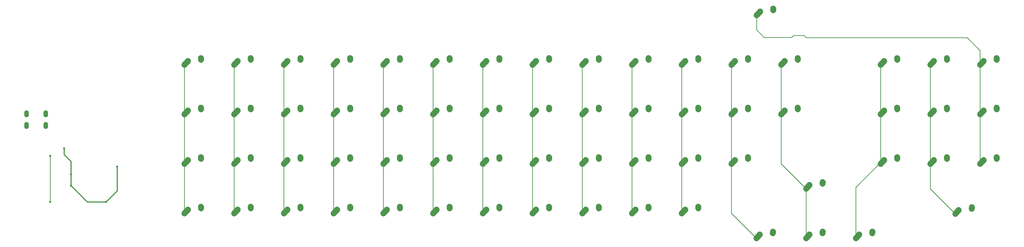
<source format=gtl>
G04 #@! TF.GenerationSoftware,KiCad,Pcbnew,(5.1.4-0)*
G04 #@! TF.CreationDate,2020-09-11T02:24:06-07:00*
G04 #@! TF.ProjectId,keybored,6b657962-6f72-4656-942e-6b696361645f,rev?*
G04 #@! TF.SameCoordinates,Original*
G04 #@! TF.FileFunction,Copper,L1,Top*
G04 #@! TF.FilePolarity,Positive*
%FSLAX46Y46*%
G04 Gerber Fmt 4.6, Leading zero omitted, Abs format (unit mm)*
G04 Created by KiCad (PCBNEW (5.1.4-0)) date 2020-09-11 02:24:06*
%MOMM*%
%LPD*%
G04 APERTURE LIST*
%ADD10C,2.250000*%
%ADD11C,2.250000*%
%ADD12O,1.700000X2.700000*%
%ADD13C,0.800000*%
%ADD14C,0.381000*%
%ADD15C,0.254000*%
G04 APERTURE END LIST*
D10*
X468035000Y-218758000D03*
X467380001Y-219488000D03*
D11*
X466725000Y-220218000D02*
X468035002Y-218758000D01*
D10*
X473075000Y-217678000D03*
X473055000Y-217968000D03*
D11*
X473035000Y-218258000D02*
X473075000Y-217678000D01*
D10*
X391941000Y-142431000D03*
X391286001Y-143161000D03*
D11*
X390631000Y-143891000D02*
X391941002Y-142431000D01*
D10*
X396981000Y-141351000D03*
X396961000Y-141641000D03*
D11*
X396941000Y-141931000D02*
X396981000Y-141351000D01*
D10*
X482580000Y-198791000D03*
D11*
X482560000Y-199081000D02*
X482600000Y-198501000D01*
D10*
X482600000Y-198501000D03*
X476905001Y-200311000D03*
D11*
X476250000Y-201041000D02*
X477560002Y-199581000D01*
D10*
X477560000Y-199581000D03*
X482580000Y-179741000D03*
D11*
X482560000Y-180031000D02*
X482600000Y-179451000D01*
D10*
X482600000Y-179451000D03*
X476905001Y-181261000D03*
D11*
X476250000Y-181991000D02*
X477560002Y-180531000D01*
D10*
X477560000Y-180531000D03*
X482580000Y-160691000D03*
D11*
X482560000Y-160981000D02*
X482600000Y-160401000D01*
D10*
X482600000Y-160401000D03*
X476905001Y-162211000D03*
D11*
X476250000Y-162941000D02*
X477560002Y-161481000D01*
D10*
X477560000Y-161481000D03*
X349230000Y-217841000D03*
D11*
X349210000Y-218131000D02*
X349250000Y-217551000D01*
D10*
X349250000Y-217551000D03*
X343555001Y-219361000D03*
D11*
X342900000Y-220091000D02*
X344210002Y-218631000D01*
D10*
X344210000Y-218631000D03*
X330180000Y-217841000D03*
D11*
X330160000Y-218131000D02*
X330200000Y-217551000D01*
D10*
X330200000Y-217551000D03*
X324505001Y-219361000D03*
D11*
X323850000Y-220091000D02*
X325160002Y-218631000D01*
D10*
X325160000Y-218631000D03*
X311130000Y-217841000D03*
D11*
X311110000Y-218131000D02*
X311150000Y-217551000D01*
D10*
X311150000Y-217551000D03*
X305455001Y-219361000D03*
D11*
X304800000Y-220091000D02*
X306110002Y-218631000D01*
D10*
X306110000Y-218631000D03*
X292080000Y-217841000D03*
D11*
X292060000Y-218131000D02*
X292100000Y-217551000D01*
D10*
X292100000Y-217551000D03*
X286405001Y-219361000D03*
D11*
X285750000Y-220091000D02*
X287060002Y-218631000D01*
D10*
X287060000Y-218631000D03*
X273030000Y-217841000D03*
D11*
X273010000Y-218131000D02*
X273050000Y-217551000D01*
D10*
X273050000Y-217551000D03*
X267355001Y-219361000D03*
D11*
X266700000Y-220091000D02*
X268010002Y-218631000D01*
D10*
X268010000Y-218631000D03*
X253980000Y-217841000D03*
D11*
X253960000Y-218131000D02*
X254000000Y-217551000D01*
D10*
X254000000Y-217551000D03*
X248305001Y-219361000D03*
D11*
X247650000Y-220091000D02*
X248960002Y-218631000D01*
D10*
X248960000Y-218631000D03*
X234930000Y-217841000D03*
D11*
X234910000Y-218131000D02*
X234950000Y-217551000D01*
D10*
X234950000Y-217551000D03*
X229255001Y-219361000D03*
D11*
X228600000Y-220091000D02*
X229910002Y-218631000D01*
D10*
X229910000Y-218631000D03*
X215880000Y-217841000D03*
D11*
X215860000Y-218131000D02*
X215900000Y-217551000D01*
D10*
X215900000Y-217551000D03*
X210205001Y-219361000D03*
D11*
X209550000Y-220091000D02*
X210860002Y-218631000D01*
D10*
X210860000Y-218631000D03*
X196830000Y-217841000D03*
D11*
X196810000Y-218131000D02*
X196850000Y-217551000D01*
D10*
X196850000Y-217551000D03*
X191155001Y-219361000D03*
D11*
X190500000Y-220091000D02*
X191810002Y-218631000D01*
D10*
X191810000Y-218631000D03*
X434955000Y-227366000D03*
D11*
X434935000Y-227656000D02*
X434975000Y-227076000D01*
D10*
X434975000Y-227076000D03*
X429280001Y-228886000D03*
D11*
X428625000Y-229616000D02*
X429935002Y-228156000D01*
D10*
X429935000Y-228156000D03*
X415905000Y-227366000D03*
D11*
X415885000Y-227656000D02*
X415925000Y-227076000D01*
D10*
X415925000Y-227076000D03*
X410230001Y-228886000D03*
D11*
X409575000Y-229616000D02*
X410885002Y-228156000D01*
D10*
X410885000Y-228156000D03*
X396855000Y-227366000D03*
D11*
X396835000Y-227656000D02*
X396875000Y-227076000D01*
D10*
X396875000Y-227076000D03*
X391180001Y-228886000D03*
D11*
X390525000Y-229616000D02*
X391835002Y-228156000D01*
D10*
X391835000Y-228156000D03*
X368280000Y-217841000D03*
D11*
X368260000Y-218131000D02*
X368300000Y-217551000D01*
D10*
X368300000Y-217551000D03*
X362605001Y-219361000D03*
D11*
X361950000Y-220091000D02*
X363260002Y-218631000D01*
D10*
X363260000Y-218631000D03*
X177780000Y-217841000D03*
D11*
X177760000Y-218131000D02*
X177800000Y-217551000D01*
D10*
X177800000Y-217551000D03*
X172105001Y-219361000D03*
D11*
X171450000Y-220091000D02*
X172760002Y-218631000D01*
D10*
X172760000Y-218631000D03*
X349230000Y-198791000D03*
D11*
X349210000Y-199081000D02*
X349250000Y-198501000D01*
D10*
X349250000Y-198501000D03*
X343555001Y-200311000D03*
D11*
X342900000Y-201041000D02*
X344210002Y-199581000D01*
D10*
X344210000Y-199581000D03*
X330180000Y-198791000D03*
D11*
X330160000Y-199081000D02*
X330200000Y-198501000D01*
D10*
X330200000Y-198501000D03*
X324505001Y-200311000D03*
D11*
X323850000Y-201041000D02*
X325160002Y-199581000D01*
D10*
X325160000Y-199581000D03*
X311130000Y-198791000D03*
D11*
X311110000Y-199081000D02*
X311150000Y-198501000D01*
D10*
X311150000Y-198501000D03*
X305455001Y-200311000D03*
D11*
X304800000Y-201041000D02*
X306110002Y-199581000D01*
D10*
X306110000Y-199581000D03*
X292080000Y-198791000D03*
D11*
X292060000Y-199081000D02*
X292100000Y-198501000D01*
D10*
X292100000Y-198501000D03*
X286405001Y-200311000D03*
D11*
X285750000Y-201041000D02*
X287060002Y-199581000D01*
D10*
X287060000Y-199581000D03*
X273030000Y-198791000D03*
D11*
X273010000Y-199081000D02*
X273050000Y-198501000D01*
D10*
X273050000Y-198501000D03*
X267355001Y-200311000D03*
D11*
X266700000Y-201041000D02*
X268010002Y-199581000D01*
D10*
X268010000Y-199581000D03*
X253980000Y-198791000D03*
D11*
X253960000Y-199081000D02*
X254000000Y-198501000D01*
D10*
X254000000Y-198501000D03*
X248305001Y-200311000D03*
D11*
X247650000Y-201041000D02*
X248960002Y-199581000D01*
D10*
X248960000Y-199581000D03*
X234930000Y-198791000D03*
D11*
X234910000Y-199081000D02*
X234950000Y-198501000D01*
D10*
X234950000Y-198501000D03*
X229255001Y-200311000D03*
D11*
X228600000Y-201041000D02*
X229910002Y-199581000D01*
D10*
X229910000Y-199581000D03*
X215880000Y-198791000D03*
D11*
X215860000Y-199081000D02*
X215900000Y-198501000D01*
D10*
X215900000Y-198501000D03*
X210205001Y-200311000D03*
D11*
X209550000Y-201041000D02*
X210860002Y-199581000D01*
D10*
X210860000Y-199581000D03*
X196830000Y-198791000D03*
D11*
X196810000Y-199081000D02*
X196850000Y-198501000D01*
D10*
X196850000Y-198501000D03*
X191155001Y-200311000D03*
D11*
X190500000Y-201041000D02*
X191810002Y-199581000D01*
D10*
X191810000Y-199581000D03*
X463530000Y-198791000D03*
D11*
X463510000Y-199081000D02*
X463550000Y-198501000D01*
D10*
X463550000Y-198501000D03*
X457855001Y-200311000D03*
D11*
X457200000Y-201041000D02*
X458510002Y-199581000D01*
D10*
X458510000Y-199581000D03*
X444480000Y-198791000D03*
D11*
X444460000Y-199081000D02*
X444500000Y-198501000D01*
D10*
X444500000Y-198501000D03*
X438805001Y-200311000D03*
D11*
X438150000Y-201041000D02*
X439460002Y-199581000D01*
D10*
X439460000Y-199581000D03*
X415905000Y-208316000D03*
D11*
X415885000Y-208606000D02*
X415925000Y-208026000D01*
D10*
X415925000Y-208026000D03*
X410230001Y-209836000D03*
D11*
X409575000Y-210566000D02*
X410885002Y-209106000D01*
D10*
X410885000Y-209106000D03*
X387330000Y-198791000D03*
D11*
X387310000Y-199081000D02*
X387350000Y-198501000D01*
D10*
X387350000Y-198501000D03*
X381655001Y-200311000D03*
D11*
X381000000Y-201041000D02*
X382310002Y-199581000D01*
D10*
X382310000Y-199581000D03*
X368280000Y-198791000D03*
D11*
X368260000Y-199081000D02*
X368300000Y-198501000D01*
D10*
X368300000Y-198501000D03*
X362605001Y-200311000D03*
D11*
X361950000Y-201041000D02*
X363260002Y-199581000D01*
D10*
X363260000Y-199581000D03*
X177780000Y-198791000D03*
D11*
X177760000Y-199081000D02*
X177800000Y-198501000D01*
D10*
X177800000Y-198501000D03*
X172105001Y-200311000D03*
D11*
X171450000Y-201041000D02*
X172760002Y-199581000D01*
D10*
X172760000Y-199581000D03*
X349230000Y-179741000D03*
D11*
X349210000Y-180031000D02*
X349250000Y-179451000D01*
D10*
X349250000Y-179451000D03*
X343555001Y-181261000D03*
D11*
X342900000Y-181991000D02*
X344210002Y-180531000D01*
D10*
X344210000Y-180531000D03*
X330180000Y-179741000D03*
D11*
X330160000Y-180031000D02*
X330200000Y-179451000D01*
D10*
X330200000Y-179451000D03*
X324505001Y-181261000D03*
D11*
X323850000Y-181991000D02*
X325160002Y-180531000D01*
D10*
X325160000Y-180531000D03*
X311130000Y-179741000D03*
D11*
X311110000Y-180031000D02*
X311150000Y-179451000D01*
D10*
X311150000Y-179451000D03*
X305455001Y-181261000D03*
D11*
X304800000Y-181991000D02*
X306110002Y-180531000D01*
D10*
X306110000Y-180531000D03*
X292080000Y-179741000D03*
D11*
X292060000Y-180031000D02*
X292100000Y-179451000D01*
D10*
X292100000Y-179451000D03*
X286405001Y-181261000D03*
D11*
X285750000Y-181991000D02*
X287060002Y-180531000D01*
D10*
X287060000Y-180531000D03*
X273030000Y-179741000D03*
D11*
X273010000Y-180031000D02*
X273050000Y-179451000D01*
D10*
X273050000Y-179451000D03*
X267355001Y-181261000D03*
D11*
X266700000Y-181991000D02*
X268010002Y-180531000D01*
D10*
X268010000Y-180531000D03*
X253980000Y-179741000D03*
D11*
X253960000Y-180031000D02*
X254000000Y-179451000D01*
D10*
X254000000Y-179451000D03*
X248305001Y-181261000D03*
D11*
X247650000Y-181991000D02*
X248960002Y-180531000D01*
D10*
X248960000Y-180531000D03*
X234930000Y-179741000D03*
D11*
X234910000Y-180031000D02*
X234950000Y-179451000D01*
D10*
X234950000Y-179451000D03*
X229255001Y-181261000D03*
D11*
X228600000Y-181991000D02*
X229910002Y-180531000D01*
D10*
X229910000Y-180531000D03*
X215880000Y-179741000D03*
D11*
X215860000Y-180031000D02*
X215900000Y-179451000D01*
D10*
X215900000Y-179451000D03*
X210205001Y-181261000D03*
D11*
X209550000Y-181991000D02*
X210860002Y-180531000D01*
D10*
X210860000Y-180531000D03*
X196830000Y-179741000D03*
D11*
X196810000Y-180031000D02*
X196850000Y-179451000D01*
D10*
X196850000Y-179451000D03*
X191155001Y-181261000D03*
D11*
X190500000Y-181991000D02*
X191810002Y-180531000D01*
D10*
X191810000Y-180531000D03*
X463530000Y-179741000D03*
D11*
X463510000Y-180031000D02*
X463550000Y-179451000D01*
D10*
X463550000Y-179451000D03*
X457855001Y-181261000D03*
D11*
X457200000Y-181991000D02*
X458510002Y-180531000D01*
D10*
X458510000Y-180531000D03*
X444480000Y-179741000D03*
D11*
X444460000Y-180031000D02*
X444500000Y-179451000D01*
D10*
X444500000Y-179451000D03*
X438805001Y-181261000D03*
D11*
X438150000Y-181991000D02*
X439460002Y-180531000D01*
D10*
X439460000Y-180531000D03*
X406380000Y-179741000D03*
D11*
X406360000Y-180031000D02*
X406400000Y-179451000D01*
D10*
X406400000Y-179451000D03*
X400705001Y-181261000D03*
D11*
X400050000Y-181991000D02*
X401360002Y-180531000D01*
D10*
X401360000Y-180531000D03*
X387330000Y-179741000D03*
D11*
X387310000Y-180031000D02*
X387350000Y-179451000D01*
D10*
X387350000Y-179451000D03*
X381655001Y-181261000D03*
D11*
X381000000Y-181991000D02*
X382310002Y-180531000D01*
D10*
X382310000Y-180531000D03*
X368280000Y-179741000D03*
D11*
X368260000Y-180031000D02*
X368300000Y-179451000D01*
D10*
X368300000Y-179451000D03*
X362605001Y-181261000D03*
D11*
X361950000Y-181991000D02*
X363260002Y-180531000D01*
D10*
X363260000Y-180531000D03*
X177780000Y-179741000D03*
D11*
X177760000Y-180031000D02*
X177800000Y-179451000D01*
D10*
X177800000Y-179451000D03*
X172105001Y-181261000D03*
D11*
X171450000Y-181991000D02*
X172760002Y-180531000D01*
D10*
X172760000Y-180531000D03*
X349230000Y-160691000D03*
D11*
X349210000Y-160981000D02*
X349250000Y-160401000D01*
D10*
X349250000Y-160401000D03*
X343555001Y-162211000D03*
D11*
X342900000Y-162941000D02*
X344210002Y-161481000D01*
D10*
X344210000Y-161481000D03*
X330180000Y-160691000D03*
D11*
X330160000Y-160981000D02*
X330200000Y-160401000D01*
D10*
X330200000Y-160401000D03*
X324505001Y-162211000D03*
D11*
X323850000Y-162941000D02*
X325160002Y-161481000D01*
D10*
X325160000Y-161481000D03*
X311130000Y-160691000D03*
D11*
X311110000Y-160981000D02*
X311150000Y-160401000D01*
D10*
X311150000Y-160401000D03*
X305455001Y-162211000D03*
D11*
X304800000Y-162941000D02*
X306110002Y-161481000D01*
D10*
X306110000Y-161481000D03*
X292080000Y-160691000D03*
D11*
X292060000Y-160981000D02*
X292100000Y-160401000D01*
D10*
X292100000Y-160401000D03*
X286405001Y-162211000D03*
D11*
X285750000Y-162941000D02*
X287060002Y-161481000D01*
D10*
X287060000Y-161481000D03*
X273030000Y-160691000D03*
D11*
X273010000Y-160981000D02*
X273050000Y-160401000D01*
D10*
X273050000Y-160401000D03*
X267355001Y-162211000D03*
D11*
X266700000Y-162941000D02*
X268010002Y-161481000D01*
D10*
X268010000Y-161481000D03*
X253980000Y-160691000D03*
D11*
X253960000Y-160981000D02*
X254000000Y-160401000D01*
D10*
X254000000Y-160401000D03*
X248305001Y-162211000D03*
D11*
X247650000Y-162941000D02*
X248960002Y-161481000D01*
D10*
X248960000Y-161481000D03*
X234930000Y-160691000D03*
D11*
X234910000Y-160981000D02*
X234950000Y-160401000D01*
D10*
X234950000Y-160401000D03*
X229255001Y-162211000D03*
D11*
X228600000Y-162941000D02*
X229910002Y-161481000D01*
D10*
X229910000Y-161481000D03*
X215880000Y-160691000D03*
D11*
X215860000Y-160981000D02*
X215900000Y-160401000D01*
D10*
X215900000Y-160401000D03*
X210205001Y-162211000D03*
D11*
X209550000Y-162941000D02*
X210860002Y-161481000D01*
D10*
X210860000Y-161481000D03*
X196830000Y-160691000D03*
D11*
X196810000Y-160981000D02*
X196850000Y-160401000D01*
D10*
X196850000Y-160401000D03*
X191155001Y-162211000D03*
D11*
X190500000Y-162941000D02*
X191810002Y-161481000D01*
D10*
X191810000Y-161481000D03*
X463530000Y-160691000D03*
D11*
X463510000Y-160981000D02*
X463550000Y-160401000D01*
D10*
X463550000Y-160401000D03*
X457855001Y-162211000D03*
D11*
X457200000Y-162941000D02*
X458510002Y-161481000D01*
D10*
X458510000Y-161481000D03*
X444480000Y-160691000D03*
D11*
X444460000Y-160981000D02*
X444500000Y-160401000D01*
D10*
X444500000Y-160401000D03*
X438805001Y-162211000D03*
D11*
X438150000Y-162941000D02*
X439460002Y-161481000D01*
D10*
X439460000Y-161481000D03*
X406380000Y-160691000D03*
D11*
X406360000Y-160981000D02*
X406400000Y-160401000D01*
D10*
X406400000Y-160401000D03*
X400705001Y-162211000D03*
D11*
X400050000Y-162941000D02*
X401360002Y-161481000D01*
D10*
X401360000Y-161481000D03*
X387330000Y-160691000D03*
D11*
X387310000Y-160981000D02*
X387350000Y-160401000D01*
D10*
X387350000Y-160401000D03*
X381655001Y-162211000D03*
D11*
X381000000Y-162941000D02*
X382310002Y-161481000D01*
D10*
X382310000Y-161481000D03*
X368280000Y-160691000D03*
D11*
X368260000Y-160981000D02*
X368300000Y-160401000D01*
D10*
X368300000Y-160401000D03*
X362605001Y-162211000D03*
D11*
X361950000Y-162941000D02*
X363260002Y-161481000D01*
D10*
X363260000Y-161481000D03*
X177780000Y-160691000D03*
D11*
X177760000Y-160981000D02*
X177800000Y-160401000D01*
D10*
X177800000Y-160401000D03*
X172105001Y-162211000D03*
D11*
X171450000Y-162941000D02*
X172760002Y-161481000D01*
D10*
X172760000Y-161481000D03*
D12*
X110999250Y-181800500D03*
X118299250Y-181800500D03*
X118299250Y-186300500D03*
X110999250Y-186300500D03*
D13*
X145717500Y-202105500D03*
X127959250Y-209352750D03*
X125349000Y-195072000D03*
X141478000Y-215646000D03*
X127959250Y-205034750D03*
X120015000Y-215646000D03*
X120015000Y-197993000D03*
D14*
X127959250Y-200095250D02*
X125349000Y-197485000D01*
X125349000Y-197485000D02*
X125349000Y-195072000D01*
X127959250Y-209352750D02*
X132855500Y-214249000D01*
X132855500Y-214249000D02*
X132855500Y-214262500D01*
X132855500Y-214262500D02*
X134239000Y-215646000D01*
X134239000Y-215646000D02*
X141478000Y-215646000D01*
X145717500Y-211406500D02*
X145717500Y-202105500D01*
X141478000Y-215646000D02*
X145717500Y-211406500D01*
X127959250Y-204526750D02*
X127959250Y-205034750D01*
X127959250Y-209352750D02*
X127959250Y-204526750D01*
X127959250Y-204526750D02*
X127959250Y-200095250D01*
D15*
X171450000Y-162941000D02*
X171450000Y-220091000D01*
X190500000Y-217321000D02*
X190500000Y-220091000D01*
X190500000Y-162941000D02*
X190500000Y-217321000D01*
X361950000Y-162941000D02*
X361950000Y-220091000D01*
X381000000Y-162941000D02*
X381000000Y-201041000D01*
X381000000Y-220091000D02*
X390525000Y-229616000D01*
X381000000Y-201041000D02*
X381000000Y-220091000D01*
X400050000Y-179221000D02*
X400050000Y-181991000D01*
X400050000Y-162941000D02*
X400050000Y-179221000D01*
X400050000Y-201041000D02*
X409575000Y-210566000D01*
X400050000Y-181991000D02*
X400050000Y-201041000D01*
X409575000Y-226846000D02*
X409575000Y-229616000D01*
X409575000Y-210566000D02*
X409575000Y-226846000D01*
X438150000Y-162941000D02*
X438150000Y-201041000D01*
X437641038Y-201041000D02*
X438150000Y-201041000D01*
X428625000Y-210057038D02*
X437641038Y-201041000D01*
X428625000Y-229616000D02*
X428625000Y-210057038D01*
X457200000Y-185039962D02*
X457200000Y-201041000D01*
X457200000Y-162941000D02*
X457200000Y-185039962D01*
X457200000Y-210693000D02*
X466725000Y-220218000D01*
X457200000Y-201041000D02*
X457200000Y-210693000D01*
X476250000Y-183896000D02*
X476250000Y-201041000D01*
X476250000Y-162941000D02*
X476250000Y-183896000D01*
X476250000Y-201041000D02*
X475741038Y-201041000D01*
X390631000Y-149479962D02*
X390631000Y-143891000D01*
X393678038Y-152527000D02*
X393625519Y-152474481D01*
X393625519Y-152474481D02*
X390631000Y-149479962D01*
X476250000Y-157480000D02*
X476250000Y-162941000D01*
X409702000Y-152527000D02*
X471297000Y-152527000D01*
X471297000Y-152527000D02*
X476250000Y-157480000D01*
X404742698Y-151606250D02*
X408781250Y-151606250D01*
X408781250Y-151606250D02*
X409702000Y-152527000D01*
X393734901Y-152365099D02*
X403983849Y-152365099D01*
X403983849Y-152365099D02*
X404742698Y-151606250D01*
X393625519Y-152474481D02*
X393734901Y-152365099D01*
X209550000Y-162941000D02*
X209550000Y-220091000D01*
X228600000Y-162941000D02*
X228600000Y-220091000D01*
X247650000Y-162941000D02*
X247650000Y-220091000D01*
X266700000Y-162941000D02*
X266700000Y-220091000D01*
X285682001Y-163008999D02*
X285682001Y-220023001D01*
X285682001Y-220023001D02*
X285750000Y-220091000D01*
X285750000Y-162941000D02*
X285682001Y-163008999D01*
X304800000Y-204089962D02*
X304800000Y-220091000D01*
X304800000Y-162941000D02*
X304800000Y-204089962D01*
X323850000Y-162941000D02*
X323850000Y-181991000D01*
X323850000Y-181991000D02*
X323850000Y-201041000D01*
X323850000Y-203073000D02*
X323850000Y-220091000D01*
X323850000Y-201041000D02*
X323850000Y-203073000D01*
X342900000Y-162941000D02*
X342900000Y-220091000D01*
X120015000Y-215646000D02*
X120015000Y-197993000D01*
M02*

</source>
